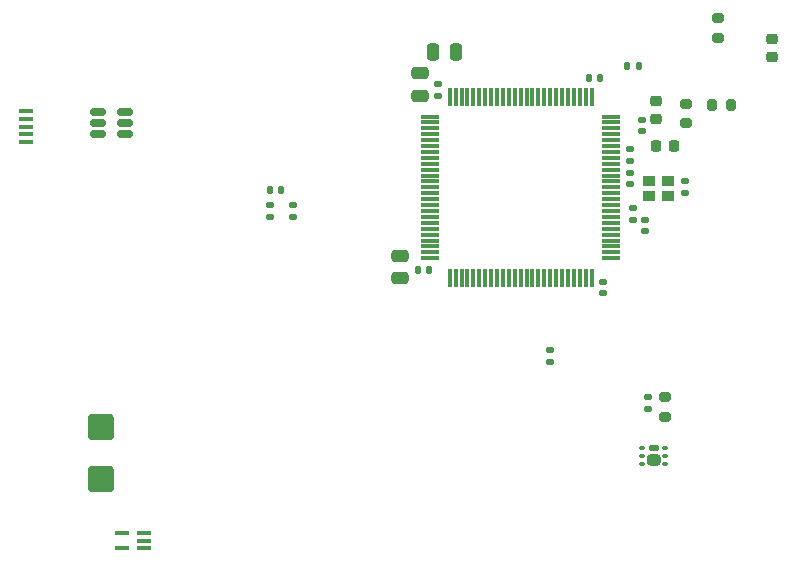
<source format=gbr>
%TF.GenerationSoftware,KiCad,Pcbnew,8.0.8*%
%TF.CreationDate,2025-03-28T17:24:47+01:00*%
%TF.ProjectId,mcu,6d63752e-6b69-4636-9164-5f7063625858,rev?*%
%TF.SameCoordinates,PX47868c0PY8583b00*%
%TF.FileFunction,Paste,Top*%
%TF.FilePolarity,Positive*%
%FSLAX46Y46*%
G04 Gerber Fmt 4.6, Leading zero omitted, Abs format (unit mm)*
G04 Created by KiCad (PCBNEW 8.0.8) date 2025-03-28 17:24:47*
%MOMM*%
%LPD*%
G01*
G04 APERTURE LIST*
G04 Aperture macros list*
%AMRoundRect*
0 Rectangle with rounded corners*
0 $1 Rounding radius*
0 $2 $3 $4 $5 $6 $7 $8 $9 X,Y pos of 4 corners*
0 Add a 4 corners polygon primitive as box body*
4,1,4,$2,$3,$4,$5,$6,$7,$8,$9,$2,$3,0*
0 Add four circle primitives for the rounded corners*
1,1,$1+$1,$2,$3*
1,1,$1+$1,$4,$5*
1,1,$1+$1,$6,$7*
1,1,$1+$1,$8,$9*
0 Add four rect primitives between the rounded corners*
20,1,$1+$1,$2,$3,$4,$5,0*
20,1,$1+$1,$4,$5,$6,$7,0*
20,1,$1+$1,$6,$7,$8,$9,0*
20,1,$1+$1,$8,$9,$2,$3,0*%
G04 Aperture macros list end*
%ADD10RoundRect,0.100000X0.112500X-0.100000X0.112500X0.100000X-0.112500X0.100000X-0.112500X-0.100000X0*%
%ADD11RoundRect,0.237500X0.337500X-0.237500X0.337500X0.237500X-0.337500X0.237500X-0.337500X-0.237500X0*%
%ADD12RoundRect,0.120000X0.280000X-0.120000X0.280000X0.120000X-0.280000X0.120000X-0.280000X-0.120000X0*%
%ADD13RoundRect,0.100000X-0.500000X0.100000X-0.500000X-0.100000X0.500000X-0.100000X0.500000X0.100000X0*%
%ADD14RoundRect,0.100000X0.525000X-0.100000X0.525000X0.100000X-0.525000X0.100000X-0.525000X-0.100000X0*%
%ADD15RoundRect,0.200000X0.200000X0.275000X-0.200000X0.275000X-0.200000X-0.275000X0.200000X-0.275000X0*%
%ADD16RoundRect,0.140000X0.140000X0.170000X-0.140000X0.170000X-0.140000X-0.170000X0.140000X-0.170000X0*%
%ADD17RoundRect,0.200000X-0.275000X0.200000X-0.275000X-0.200000X0.275000X-0.200000X0.275000X0.200000X0*%
%ADD18RoundRect,0.250000X0.250000X0.475000X-0.250000X0.475000X-0.250000X-0.475000X0.250000X-0.475000X0*%
%ADD19RoundRect,0.140000X-0.140000X-0.170000X0.140000X-0.170000X0.140000X0.170000X-0.140000X0.170000X0*%
%ADD20RoundRect,0.135000X0.185000X-0.135000X0.185000X0.135000X-0.185000X0.135000X-0.185000X-0.135000X0*%
%ADD21R,1.000000X0.900000*%
%ADD22RoundRect,0.225000X0.250000X-0.225000X0.250000X0.225000X-0.250000X0.225000X-0.250000X-0.225000X0*%
%ADD23RoundRect,0.135000X-0.185000X0.135000X-0.185000X-0.135000X0.185000X-0.135000X0.185000X0.135000X0*%
%ADD24RoundRect,0.140000X-0.170000X0.140000X-0.170000X-0.140000X0.170000X-0.140000X0.170000X0.140000X0*%
%ADD25RoundRect,0.250000X-0.475000X0.250000X-0.475000X-0.250000X0.475000X-0.250000X0.475000X0.250000X0*%
%ADD26RoundRect,0.200000X0.275000X-0.200000X0.275000X0.200000X-0.275000X0.200000X-0.275000X-0.200000X0*%
%ADD27RoundRect,0.150000X-0.512500X-0.150000X0.512500X-0.150000X0.512500X0.150000X-0.512500X0.150000X0*%
%ADD28RoundRect,0.140000X0.170000X-0.140000X0.170000X0.140000X-0.170000X0.140000X-0.170000X-0.140000X0*%
%ADD29RoundRect,0.075000X0.725000X0.075000X-0.725000X0.075000X-0.725000X-0.075000X0.725000X-0.075000X0*%
%ADD30RoundRect,0.075000X0.075000X0.725000X-0.075000X0.725000X-0.075000X-0.725000X0.075000X-0.725000X0*%
%ADD31RoundRect,0.225000X-0.225000X-0.250000X0.225000X-0.250000X0.225000X0.250000X-0.225000X0.250000X0*%
%ADD32RoundRect,0.250000X0.825000X0.850000X-0.825000X0.850000X-0.825000X-0.850000X0.825000X-0.850000X0*%
%ADD33RoundRect,0.135000X-0.135000X-0.185000X0.135000X-0.185000X0.135000X0.185000X-0.135000X0.185000X0*%
%ADD34RoundRect,0.250000X0.475000X-0.250000X0.475000X0.250000X-0.475000X0.250000X-0.475000X-0.250000X0*%
G04 APERTURE END LIST*
D10*
%TO.C,Q5*%
X58938000Y38100000D03*
X58938000Y38750000D03*
X58938000Y39400000D03*
X57062000Y39400000D03*
X57062000Y38750000D03*
X57062000Y38100000D03*
D11*
X58000000Y38425000D03*
D12*
X58000000Y39440000D03*
%TD*%
D13*
%TO.C,IC6*%
X14900000Y30950000D03*
X14900000Y31600000D03*
X14900000Y32250000D03*
X13000000Y32250000D03*
X13000000Y30950000D03*
%TD*%
D14*
%TO.C,J3*%
X4900000Y67950000D03*
X4900000Y67300000D03*
X4900000Y66650000D03*
X4900000Y66000000D03*
X4900000Y65350000D03*
%TD*%
D15*
%TO.C,R32*%
X64575000Y68500000D03*
X62925000Y68500000D03*
%TD*%
D16*
%TO.C,C43*%
X38980000Y54500000D03*
X38020000Y54500000D03*
%TD*%
D17*
%TO.C,R36*%
X63500000Y75825000D03*
X63500000Y74175000D03*
%TD*%
D18*
%TO.C,C45*%
X41250000Y73000000D03*
X39350000Y73000000D03*
%TD*%
D19*
%TO.C,C41*%
X52520000Y70750000D03*
X53480000Y70750000D03*
%TD*%
D20*
%TO.C,R34*%
X49250000Y46740000D03*
X49250000Y47760000D03*
%TD*%
D21*
%TO.C,XTAL1*%
X59250000Y62000000D03*
X57624000Y62000000D03*
X57624000Y60776000D03*
X59250000Y60776000D03*
%TD*%
D22*
%TO.C,C47*%
X58250000Y67250000D03*
X58250000Y68800000D03*
%TD*%
D23*
%TO.C,R21*%
X57500000Y43760000D03*
X57500000Y42740000D03*
%TD*%
D24*
%TO.C,C50*%
X56000000Y64730000D03*
X56000000Y63770000D03*
%TD*%
D25*
%TO.C,C46*%
X36500000Y55700000D03*
X36500000Y53800000D03*
%TD*%
D26*
%TO.C,R33*%
X60750000Y66925000D03*
X60750000Y68575000D03*
%TD*%
D27*
%TO.C,IC7*%
X11000000Y67900000D03*
X11000000Y66950000D03*
X11000000Y66000000D03*
X13275000Y66000000D03*
X13275000Y66950000D03*
X13275000Y67900000D03*
%TD*%
D28*
%TO.C,C48*%
X57000000Y66250000D03*
X57000000Y67210000D03*
%TD*%
D20*
%TO.C,R38*%
X27500000Y59000000D03*
X27500000Y60020000D03*
%TD*%
D29*
%TO.C,IC9*%
X54425000Y55500000D03*
X54425000Y56000000D03*
X54425000Y56500000D03*
X54425000Y57000000D03*
X54425000Y57500000D03*
X54425000Y58000000D03*
X54425000Y58500000D03*
X54425000Y59000000D03*
X54425000Y59500000D03*
X54425000Y60000000D03*
X54425000Y60500000D03*
X54425000Y61000000D03*
X54425000Y61500000D03*
X54425000Y62000000D03*
X54425000Y62500000D03*
X54425000Y63000000D03*
X54425000Y63500000D03*
X54425000Y64000000D03*
X54425000Y64500000D03*
X54425000Y65000000D03*
X54425000Y65500000D03*
X54425000Y66000000D03*
X54425000Y66500000D03*
X54425000Y67000000D03*
X54425000Y67500000D03*
D30*
X52750000Y69175000D03*
X52250000Y69175000D03*
X51750000Y69175000D03*
X51250000Y69175000D03*
X50750000Y69175000D03*
X50250000Y69175000D03*
X49750000Y69175000D03*
X49250000Y69175000D03*
X48750000Y69175000D03*
X48250000Y69175000D03*
X47750000Y69175000D03*
X47250000Y69175000D03*
X46750000Y69175000D03*
X46250000Y69175000D03*
X45750000Y69175000D03*
X45250000Y69175000D03*
X44750000Y69175000D03*
X44250000Y69175000D03*
X43750000Y69175000D03*
X43250000Y69175000D03*
X42750000Y69175000D03*
X42250000Y69175000D03*
X41750000Y69175000D03*
X41250000Y69175000D03*
X40750000Y69175000D03*
D29*
X39075000Y67500000D03*
X39075000Y67000000D03*
X39075000Y66500000D03*
X39075000Y66000000D03*
X39075000Y65500000D03*
X39075000Y65000000D03*
X39075000Y64500000D03*
X39075000Y64000000D03*
X39075000Y63500000D03*
X39075000Y63000000D03*
X39075000Y62500000D03*
X39075000Y62000000D03*
X39075000Y61500000D03*
X39075000Y61000000D03*
X39075000Y60500000D03*
X39075000Y60000000D03*
X39075000Y59500000D03*
X39075000Y59000000D03*
X39075000Y58500000D03*
X39075000Y58000000D03*
X39075000Y57500000D03*
X39075000Y57000000D03*
X39075000Y56500000D03*
X39075000Y56000000D03*
X39075000Y55500000D03*
D30*
X40750000Y53825000D03*
X41250000Y53825000D03*
X41750000Y53825000D03*
X42250000Y53825000D03*
X42750000Y53825000D03*
X43250000Y53825000D03*
X43750000Y53825000D03*
X44250000Y53825000D03*
X44750000Y53825000D03*
X45250000Y53825000D03*
X45750000Y53825000D03*
X46250000Y53825000D03*
X46750000Y53825000D03*
X47250000Y53825000D03*
X47750000Y53825000D03*
X48250000Y53825000D03*
X48750000Y53825000D03*
X49250000Y53825000D03*
X49750000Y53825000D03*
X50250000Y53825000D03*
X50750000Y53825000D03*
X51250000Y53825000D03*
X51750000Y53825000D03*
X52250000Y53825000D03*
X52750000Y53825000D03*
%TD*%
D22*
%TO.C,R35*%
X68000000Y72500000D03*
X68000000Y74050000D03*
%TD*%
D24*
%TO.C,C40*%
X56270000Y59730000D03*
X56270000Y58770000D03*
%TD*%
D31*
%TO.C,C49*%
X58225000Y65000000D03*
X59775000Y65000000D03*
%TD*%
D28*
%TO.C,C51*%
X56000000Y61770000D03*
X56000000Y62730000D03*
%TD*%
D32*
%TO.C,D5*%
X11250000Y36800000D03*
X11250000Y41200000D03*
%TD*%
D24*
%TO.C,C44*%
X53750000Y53500000D03*
X53750000Y52540000D03*
%TD*%
D16*
%TO.C,C16*%
X26460000Y61260000D03*
X25500000Y61260000D03*
%TD*%
D28*
%TO.C,C42*%
X39750000Y69270000D03*
X39750000Y70230000D03*
%TD*%
D33*
%TO.C,R39*%
X55740000Y71750000D03*
X56760000Y71750000D03*
%TD*%
D17*
%TO.C,R22*%
X59000000Y43750000D03*
X59000000Y42100000D03*
%TD*%
D34*
%TO.C,C38*%
X38250000Y69250000D03*
X38250000Y71150000D03*
%TD*%
D28*
%TO.C,C52*%
X60624000Y61046000D03*
X60624000Y62006000D03*
%TD*%
%TO.C,C39*%
X57250000Y57770000D03*
X57250000Y58730000D03*
%TD*%
D23*
%TO.C,R37*%
X25500000Y60020000D03*
X25500000Y59000000D03*
%TD*%
M02*

</source>
